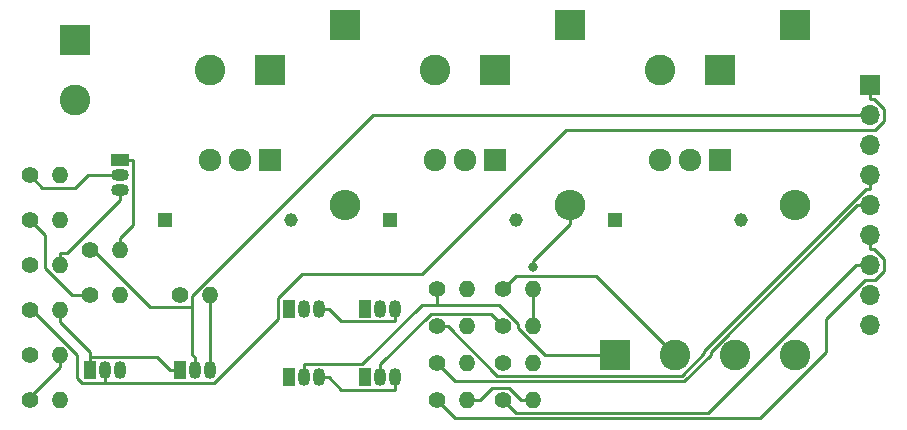
<source format=gbr>
%TF.GenerationSoftware,KiCad,Pcbnew,(5.1.9)-1*%
%TF.CreationDate,2021-10-09T19:01:39-07:00*%
%TF.ProjectId,HVAC Moisture Recovery system,48564143-204d-46f6-9973-747572652052,rev?*%
%TF.SameCoordinates,Original*%
%TF.FileFunction,Copper,L2,Inr*%
%TF.FilePolarity,Positive*%
%FSLAX46Y46*%
G04 Gerber Fmt 4.6, Leading zero omitted, Abs format (unit mm)*
G04 Created by KiCad (PCBNEW (5.1.9)-1) date 2021-10-09 19:01:39*
%MOMM*%
%LPD*%
G01*
G04 APERTURE LIST*
%TA.AperFunction,ComponentPad*%
%ADD10C,1.150000*%
%TD*%
%TA.AperFunction,ComponentPad*%
%ADD11R,1.150000X1.150000*%
%TD*%
%TA.AperFunction,ComponentPad*%
%ADD12C,1.920000*%
%TD*%
%TA.AperFunction,ComponentPad*%
%ADD13R,1.920000X1.920000*%
%TD*%
%TA.AperFunction,ComponentPad*%
%ADD14C,2.600000*%
%TD*%
%TA.AperFunction,ComponentPad*%
%ADD15R,2.600000X2.600000*%
%TD*%
%TA.AperFunction,ComponentPad*%
%ADD16O,1.700000X1.700000*%
%TD*%
%TA.AperFunction,ComponentPad*%
%ADD17R,1.700000X1.700000*%
%TD*%
%TA.AperFunction,ComponentPad*%
%ADD18O,1.400000X1.400000*%
%TD*%
%TA.AperFunction,ComponentPad*%
%ADD19C,1.400000*%
%TD*%
%TA.AperFunction,ComponentPad*%
%ADD20R,1.050000X1.500000*%
%TD*%
%TA.AperFunction,ComponentPad*%
%ADD21O,1.050000X1.500000*%
%TD*%
%TA.AperFunction,ComponentPad*%
%ADD22R,1.500000X1.050000*%
%TD*%
%TA.AperFunction,ComponentPad*%
%ADD23O,1.500000X1.050000*%
%TD*%
%TA.AperFunction,ComponentPad*%
%ADD24O,2.600000X2.600000*%
%TD*%
%TA.AperFunction,ViaPad*%
%ADD25C,0.800000*%
%TD*%
%TA.AperFunction,Conductor*%
%ADD26C,0.250000*%
%TD*%
G04 APERTURE END LIST*
D10*
%TO.N,Net-(Q6-Pad1)*%
%TO.C,Z3*%
X146590000Y-133350000D03*
D11*
%TO.N,+VDC*%
X135890000Y-133350000D03*
%TD*%
D10*
%TO.N,Net-(Q4-Pad1)*%
%TO.C,Z2*%
X127540000Y-133350000D03*
D11*
%TO.N,+VDC*%
X116840000Y-133350000D03*
%TD*%
D10*
%TO.N,Net-(Q2-Pad1)*%
%TO.C,Z1*%
X108490000Y-133350000D03*
D11*
%TO.N,+VDC*%
X97790000Y-133350000D03*
%TD*%
D12*
%TO.N,+VDC*%
%TO.C,Q6*%
X139700000Y-128270000D03*
%TO.N,Net-(D3-Pad1)*%
X142240000Y-128270000D03*
D13*
%TO.N,Net-(Q6-Pad1)*%
X144780000Y-128270000D03*
%TD*%
D12*
%TO.N,+VDC*%
%TO.C,Q4*%
X120650000Y-128270000D03*
%TO.N,Net-(D2-Pad1)*%
X123190000Y-128270000D03*
D13*
%TO.N,Net-(Q4-Pad1)*%
X125730000Y-128270000D03*
%TD*%
D12*
%TO.N,+VDC*%
%TO.C,Q2*%
X101600000Y-128270000D03*
%TO.N,Net-(D1-Pad1)*%
X104140000Y-128270000D03*
D13*
%TO.N,Net-(Q2-Pad1)*%
X106680000Y-128270000D03*
%TD*%
D14*
%TO.N,GND*%
%TO.C,J2*%
X90170000Y-123190000D03*
D15*
%TO.N,+VDC*%
X90170000Y-118110000D03*
%TD*%
D16*
%TO.N,GND*%
%TO.C,J4*%
X157480000Y-142240000D03*
%TO.N,VBUS*%
X157480000Y-139700000D03*
%TO.N,/Tank Level Sensors/TTL4-4*%
X157480000Y-137160000D03*
%TO.N,/Tank Level Sensors/TTL3-4*%
X157480000Y-134620000D03*
%TO.N,/Tank Level Sensors/TTL1-2*%
X157480000Y-132080000D03*
%TO.N,/Tank Level Sensors/TTL1-4*%
X157480000Y-129540000D03*
%TO.N,Net-(J4-Pad3)*%
X157480000Y-127000000D03*
%TO.N,Net-(J4-Pad2)*%
X157480000Y-124460000D03*
D17*
%TO.N,Net-(J4-Pad1)*%
X157480000Y-121920000D03*
%TD*%
D14*
%TO.N,/Tank Level Sensors/VIN4-4*%
%TO.C,J1*%
X151130000Y-144780000D03*
%TO.N,/Tank Level Sensors/VIN3-4*%
X146050000Y-144780000D03*
%TO.N,/Tank Level Sensors/VIN1-2*%
X140970000Y-144780000D03*
D15*
%TO.N,/Tank Level Sensors/VIN1-4*%
X135890000Y-144780000D03*
%TD*%
D18*
%TO.N,GND*%
%TO.C,R17*%
X129000000Y-148610000D03*
D19*
%TO.N,/Tank Level Sensors/TTL4-4*%
X126460000Y-148610000D03*
%TD*%
D18*
%TO.N,GND*%
%TO.C,R16*%
X129000000Y-145460000D03*
D19*
%TO.N,/Tank Level Sensors/VIN4-4*%
X126460000Y-145460000D03*
%TD*%
D18*
%TO.N,GND*%
%TO.C,R15*%
X123410000Y-148610000D03*
D19*
%TO.N,/Tank Level Sensors/TTL3-4*%
X120870000Y-148610000D03*
%TD*%
D18*
%TO.N,GND*%
%TO.C,R14*%
X129000000Y-142310000D03*
D19*
%TO.N,/Tank Level Sensors/VIN3-4*%
X126460000Y-142310000D03*
%TD*%
D18*
%TO.N,GND*%
%TO.C,R13*%
X123410000Y-145460000D03*
D19*
%TO.N,/Tank Level Sensors/TTL1-2*%
X120870000Y-145460000D03*
%TD*%
D18*
%TO.N,GND*%
%TO.C,R12*%
X129000000Y-139160000D03*
D19*
%TO.N,/Tank Level Sensors/VIN1-2*%
X126460000Y-139160000D03*
%TD*%
D18*
%TO.N,GND*%
%TO.C,R11*%
X123410000Y-142310000D03*
D19*
%TO.N,/Tank Level Sensors/TTL1-4*%
X120870000Y-142310000D03*
%TD*%
D18*
%TO.N,GND*%
%TO.C,R10*%
X123410000Y-139160000D03*
D19*
%TO.N,/Tank Level Sensors/VIN1-4*%
X120870000Y-139160000D03*
%TD*%
D18*
%TO.N,Net-(Q5-Pad3)*%
%TO.C,R9*%
X88900000Y-148590000D03*
D19*
%TO.N,Net-(Q6-Pad1)*%
X86360000Y-148590000D03*
%TD*%
D18*
%TO.N,Net-(Q6-Pad1)*%
%TO.C,R8*%
X88900000Y-144780000D03*
D19*
%TO.N,+VDC*%
X86360000Y-144780000D03*
%TD*%
D18*
%TO.N,GND*%
%TO.C,R7*%
X88900000Y-140970000D03*
D19*
%TO.N,Net-(J4-Pad1)*%
X86360000Y-140970000D03*
%TD*%
D18*
%TO.N,Net-(Q3-Pad3)*%
%TO.C,R6*%
X101600000Y-139700000D03*
D19*
%TO.N,Net-(Q4-Pad1)*%
X99060000Y-139700000D03*
%TD*%
D18*
%TO.N,Net-(Q4-Pad1)*%
%TO.C,R5*%
X93980000Y-139700000D03*
D19*
%TO.N,+VDC*%
X91440000Y-139700000D03*
%TD*%
D18*
%TO.N,GND*%
%TO.C,R4*%
X93980000Y-135890000D03*
D19*
%TO.N,Net-(J4-Pad2)*%
X91440000Y-135890000D03*
%TD*%
D18*
%TO.N,Net-(Q1-Pad3)*%
%TO.C,R3*%
X88900000Y-137160000D03*
D19*
%TO.N,Net-(Q2-Pad1)*%
X86360000Y-137160000D03*
%TD*%
D18*
%TO.N,Net-(Q2-Pad1)*%
%TO.C,R2*%
X88900000Y-133350000D03*
D19*
%TO.N,+VDC*%
X86360000Y-133350000D03*
%TD*%
D18*
%TO.N,GND*%
%TO.C,R1*%
X88900000Y-129540000D03*
D19*
%TO.N,Net-(J4-Pad3)*%
X86360000Y-129540000D03*
%TD*%
D20*
%TO.N,/Tank Level Sensors/TTL4-4*%
%TO.C,Q10*%
X114770000Y-140840000D03*
D21*
%TO.N,VBUS*%
X117310000Y-140840000D03*
%TO.N,/Tank Level Sensors/VIN4-4*%
X116040000Y-140840000D03*
%TD*%
D20*
%TO.N,/Tank Level Sensors/TTL3-4*%
%TO.C,Q9*%
X114770000Y-146630000D03*
D21*
%TO.N,VBUS*%
X117310000Y-146630000D03*
%TO.N,/Tank Level Sensors/VIN3-4*%
X116040000Y-146630000D03*
%TD*%
D20*
%TO.N,/Tank Level Sensors/TTL1-2*%
%TO.C,Q8*%
X108260000Y-140840000D03*
D21*
%TO.N,VBUS*%
X110800000Y-140840000D03*
%TO.N,/Tank Level Sensors/VIN1-2*%
X109530000Y-140840000D03*
%TD*%
D20*
%TO.N,/Tank Level Sensors/TTL1-4*%
%TO.C,Q7*%
X108260000Y-146630000D03*
D21*
%TO.N,VBUS*%
X110800000Y-146630000D03*
%TO.N,/Tank Level Sensors/VIN1-4*%
X109530000Y-146630000D03*
%TD*%
D20*
%TO.N,GND*%
%TO.C,Q5*%
X91440000Y-146050000D03*
D21*
%TO.N,Net-(Q5-Pad3)*%
X93980000Y-146050000D03*
%TO.N,Net-(J4-Pad1)*%
X92710000Y-146050000D03*
%TD*%
D20*
%TO.N,GND*%
%TO.C,Q3*%
X99060000Y-146050000D03*
D21*
%TO.N,Net-(Q3-Pad3)*%
X101600000Y-146050000D03*
%TO.N,Net-(J4-Pad2)*%
X100330000Y-146050000D03*
%TD*%
D22*
%TO.N,GND*%
%TO.C,Q1*%
X93980000Y-128270000D03*
D23*
%TO.N,Net-(Q1-Pad3)*%
X93980000Y-130810000D03*
%TO.N,Net-(J4-Pad3)*%
X93980000Y-129540000D03*
%TD*%
D14*
%TO.N,GND*%
%TO.C,J6*%
X139700000Y-120650000D03*
D15*
%TO.N,Net-(D3-Pad1)*%
X144780000Y-120650000D03*
%TD*%
D14*
%TO.N,GND*%
%TO.C,J5*%
X120650000Y-120650000D03*
D15*
%TO.N,Net-(D2-Pad1)*%
X125730000Y-120650000D03*
%TD*%
D14*
%TO.N,GND*%
%TO.C,J3*%
X101600000Y-120650000D03*
D15*
%TO.N,Net-(D1-Pad1)*%
X106680000Y-120650000D03*
%TD*%
D24*
%TO.N,GND*%
%TO.C,D3*%
X151130000Y-132080000D03*
D15*
%TO.N,Net-(D3-Pad1)*%
X151130000Y-116840000D03*
%TD*%
D24*
%TO.N,GND*%
%TO.C,D2*%
X132080000Y-132080000D03*
D15*
%TO.N,Net-(D2-Pad1)*%
X132080000Y-116840000D03*
%TD*%
D24*
%TO.N,GND*%
%TO.C,D1*%
X113030000Y-132080000D03*
D15*
%TO.N,Net-(D1-Pad1)*%
X113030000Y-116840000D03*
%TD*%
D25*
%TO.N,GND*%
X129000000Y-137346600D03*
%TD*%
D26*
%TO.N,GND*%
X88900000Y-140970000D02*
X88900000Y-141995300D01*
X88900000Y-141995300D02*
X91440000Y-144535300D01*
X91440000Y-144535300D02*
X91440000Y-144974700D01*
X99060000Y-146050000D02*
X98209700Y-146050000D01*
X91440000Y-146050000D02*
X91440000Y-144974700D01*
X91440000Y-144974700D02*
X97134400Y-144974700D01*
X97134400Y-144974700D02*
X98209700Y-146050000D01*
X123410000Y-148610000D02*
X124435300Y-148610000D01*
X132080000Y-133705300D02*
X129000000Y-136785300D01*
X129000000Y-136785300D02*
X129000000Y-137346600D01*
X127974700Y-148610000D02*
X126949400Y-147584700D01*
X126949400Y-147584700D02*
X125460600Y-147584700D01*
X125460600Y-147584700D02*
X124435300Y-148610000D01*
X132080000Y-132080000D02*
X132080000Y-133705300D01*
X129000000Y-148610000D02*
X127974700Y-148610000D01*
X129000000Y-142310000D02*
X129000000Y-139160000D01*
X93980000Y-135890000D02*
X93980000Y-134864700D01*
X93980000Y-128270000D02*
X95055300Y-128270000D01*
X95055300Y-128270000D02*
X95055300Y-133789400D01*
X95055300Y-133789400D02*
X93980000Y-134864700D01*
%TO.N,Net-(Q1-Pad3)*%
X88900000Y-137160000D02*
X88900000Y-136134700D01*
X93980000Y-130810000D02*
X93980000Y-131660300D01*
X93980000Y-131660300D02*
X89505600Y-136134700D01*
X89505600Y-136134700D02*
X88900000Y-136134700D01*
%TO.N,Net-(J4-Pad3)*%
X93980000Y-129540000D02*
X91259900Y-129540000D01*
X91259900Y-129540000D02*
X90206900Y-130593000D01*
X90206900Y-130593000D02*
X87413000Y-130593000D01*
X87413000Y-130593000D02*
X86360000Y-129540000D01*
%TO.N,+VDC*%
X91440000Y-139700000D02*
X89915300Y-139700000D01*
X89915300Y-139700000D02*
X87630000Y-137414700D01*
X87630000Y-137414700D02*
X87630000Y-134620000D01*
X87630000Y-134620000D02*
X86360000Y-133350000D01*
%TO.N,Net-(Q3-Pad3)*%
X101600000Y-146050000D02*
X101600000Y-139700000D01*
%TO.N,Net-(J4-Pad2)*%
X100330000Y-146050000D02*
X100330000Y-144974700D01*
X100095000Y-140730700D02*
X100095000Y-144739700D01*
X100095000Y-144739700D02*
X100330000Y-144974700D01*
X157480000Y-124460000D02*
X115384200Y-124460000D01*
X115384200Y-124460000D02*
X100095000Y-139749200D01*
X100095000Y-139749200D02*
X100095000Y-140730700D01*
X100095000Y-140730700D02*
X96537900Y-140730700D01*
X96537900Y-140730700D02*
X91697200Y-135890000D01*
X91697200Y-135890000D02*
X91440000Y-135890000D01*
%TO.N,Net-(J4-Pad1)*%
X157480000Y-121920000D02*
X157480000Y-123095300D01*
X92710000Y-147125300D02*
X101971000Y-147125300D01*
X101971000Y-147125300D02*
X107409700Y-141686600D01*
X107409700Y-141686600D02*
X107409700Y-139955200D01*
X107409700Y-139955200D02*
X109438400Y-137926500D01*
X109438400Y-137926500D02*
X119543500Y-137926500D01*
X119543500Y-137926500D02*
X131740000Y-125730000D01*
X131740000Y-125730000D02*
X157900700Y-125730000D01*
X157900700Y-125730000D02*
X158655300Y-124975400D01*
X158655300Y-124975400D02*
X158655300Y-123903200D01*
X158655300Y-123903200D02*
X157847400Y-123095300D01*
X157847400Y-123095300D02*
X157480000Y-123095300D01*
X92710000Y-147012700D02*
X92710000Y-147125300D01*
X92710000Y-146050000D02*
X92710000Y-147012700D01*
X92710000Y-147125300D02*
X90776400Y-147125300D01*
X90776400Y-147125300D02*
X90326000Y-146674900D01*
X90326000Y-146674900D02*
X90326000Y-144738400D01*
X90326000Y-144738400D02*
X86557600Y-140970000D01*
X86557600Y-140970000D02*
X86360000Y-140970000D01*
%TO.N,Net-(Q6-Pad1)*%
X88900000Y-144780000D02*
X88900000Y-145805300D01*
X88900000Y-145805300D02*
X86360000Y-148345300D01*
X86360000Y-148345300D02*
X86360000Y-148590000D01*
%TO.N,/Tank Level Sensors/TTL1-4*%
X157480000Y-129540000D02*
X157480000Y-130715300D01*
X120870000Y-142310000D02*
X121740800Y-142310000D01*
X121740800Y-142310000D02*
X125949800Y-146519000D01*
X125949800Y-146519000D02*
X141545600Y-146519000D01*
X141545600Y-146519000D02*
X143449000Y-144615600D01*
X143449000Y-144615600D02*
X143449000Y-144395200D01*
X143449000Y-144395200D02*
X157128900Y-130715300D01*
X157128900Y-130715300D02*
X157480000Y-130715300D01*
%TO.N,VBUS*%
X117310000Y-146630000D02*
X117310000Y-147705300D01*
X110800000Y-146630000D02*
X111650300Y-146630000D01*
X111650300Y-146630000D02*
X112725600Y-147705300D01*
X112725600Y-147705300D02*
X117310000Y-147705300D01*
X117310000Y-140840000D02*
X117310000Y-141915300D01*
X110800000Y-140840000D02*
X111650300Y-140840000D01*
X111650300Y-140840000D02*
X112725600Y-141915300D01*
X112725600Y-141915300D02*
X117310000Y-141915300D01*
%TO.N,/Tank Level Sensors/VIN1-4*%
X120870000Y-140501600D02*
X126109400Y-140501600D01*
X126109400Y-140501600D02*
X127730000Y-142122200D01*
X127730000Y-142122200D02*
X127730000Y-142508300D01*
X127730000Y-142508300D02*
X130001700Y-144780000D01*
X130001700Y-144780000D02*
X135890000Y-144780000D01*
X109530000Y-145554700D02*
X114475300Y-145554700D01*
X114475300Y-145554700D02*
X119528400Y-140501600D01*
X119528400Y-140501600D02*
X120870000Y-140501600D01*
X120870000Y-140501600D02*
X120870000Y-139160000D01*
X109530000Y-146630000D02*
X109530000Y-145554700D01*
%TO.N,/Tank Level Sensors/TTL1-2*%
X120870000Y-145460000D02*
X122379400Y-146969400D01*
X122379400Y-146969400D02*
X141763900Y-146969400D01*
X141763900Y-146969400D02*
X144002700Y-144730600D01*
X144002700Y-144730600D02*
X144002700Y-144486400D01*
X144002700Y-144486400D02*
X156409100Y-132080000D01*
X156409100Y-132080000D02*
X157480000Y-132080000D01*
%TO.N,/Tank Level Sensors/VIN1-2*%
X126460000Y-139160000D02*
X127516700Y-138103300D01*
X127516700Y-138103300D02*
X134293300Y-138103300D01*
X134293300Y-138103300D02*
X140970000Y-144780000D01*
%TO.N,/Tank Level Sensors/TTL3-4*%
X157480000Y-134620000D02*
X157480000Y-135795300D01*
X120870000Y-148610000D02*
X122383600Y-150123600D01*
X122383600Y-150123600D02*
X148157800Y-150123600D01*
X148157800Y-150123600D02*
X153772800Y-144508600D01*
X153772800Y-144508600D02*
X153772800Y-141743000D01*
X153772800Y-141743000D02*
X157085800Y-138430000D01*
X157085800Y-138430000D02*
X157900800Y-138430000D01*
X157900800Y-138430000D02*
X158655300Y-137675500D01*
X158655300Y-137675500D02*
X158655300Y-136603200D01*
X158655300Y-136603200D02*
X157847400Y-135795300D01*
X157847400Y-135795300D02*
X157480000Y-135795300D01*
%TO.N,/Tank Level Sensors/VIN3-4*%
X116040000Y-146630000D02*
X116040000Y-145554700D01*
X116040000Y-145554700D02*
X120326400Y-141268300D01*
X120326400Y-141268300D02*
X125418300Y-141268300D01*
X125418300Y-141268300D02*
X126460000Y-142310000D01*
%TO.N,/Tank Level Sensors/TTL4-4*%
X157480000Y-137160000D02*
X156304700Y-137160000D01*
X126460000Y-148610000D02*
X127523200Y-149673200D01*
X127523200Y-149673200D02*
X143791500Y-149673200D01*
X143791500Y-149673200D02*
X156304700Y-137160000D01*
%TD*%
M02*

</source>
